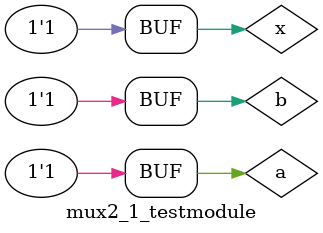
<source format=v>
module mux2_1_testmodule();
reg a,b,x;
wire y;
mux2_1 test(y,a,b,x);
initial
begin
$dumpfile("mux2_1test.vcd");
$dumpvars(0,mux2_1_testmodule);
end
initial
begin
a=0;
b=0;
x=0;
#10;

a=0;
b=0;
x=1;
#10;

a=0;
b=1;
x=0;
#10;

a=0;
b=1;
x=1;
#10;

a=1;
b=0;
x=0;
#10;

a=1;
b=0;
x=1;
#10;

a=1;
b=1;
x=0;
#10;

a=1;
b=1;
x=1;
#10;
end
endmodule

</source>
